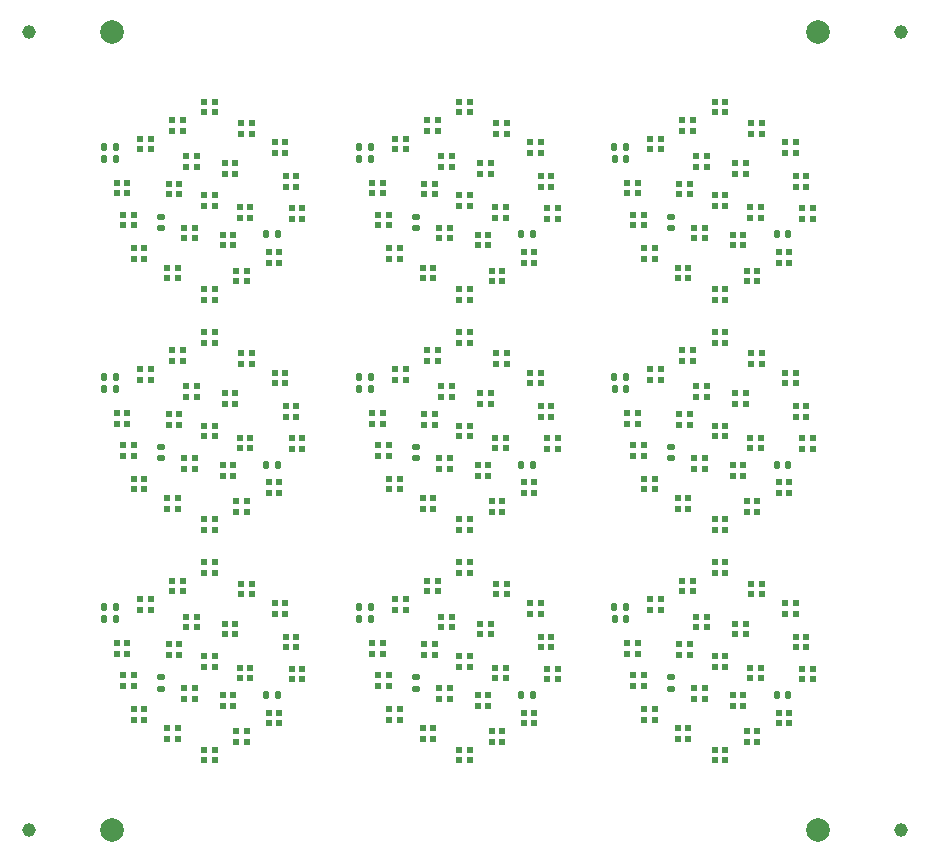
<source format=gbr>
%TF.GenerationSoftware,KiCad,Pcbnew,8.0.4*%
%TF.CreationDate,2024-10-17T14:22:23+11:00*%
%TF.ProjectId,panel,70616e65-6c2e-46b6-9963-61645f706362,rev?*%
%TF.SameCoordinates,Original*%
%TF.FileFunction,Soldermask,Top*%
%TF.FilePolarity,Negative*%
%FSLAX46Y46*%
G04 Gerber Fmt 4.6, Leading zero omitted, Abs format (unit mm)*
G04 Created by KiCad (PCBNEW 8.0.4) date 2024-10-17 14:22:23*
%MOMM*%
%LPD*%
G01*
G04 APERTURE LIST*
G04 Aperture macros list*
%AMRoundRect*
0 Rectangle with rounded corners*
0 $1 Rounding radius*
0 $2 $3 $4 $5 $6 $7 $8 $9 X,Y pos of 4 corners*
0 Add a 4 corners polygon primitive as box body*
4,1,4,$2,$3,$4,$5,$6,$7,$8,$9,$2,$3,0*
0 Add four circle primitives for the rounded corners*
1,1,$1+$1,$2,$3*
1,1,$1+$1,$4,$5*
1,1,$1+$1,$6,$7*
1,1,$1+$1,$8,$9*
0 Add four rect primitives between the rounded corners*
20,1,$1+$1,$2,$3,$4,$5,0*
20,1,$1+$1,$4,$5,$6,$7,0*
20,1,$1+$1,$6,$7,$8,$9,0*
20,1,$1+$1,$8,$9,$2,$3,0*%
G04 Aperture macros list end*
%ADD10R,0.500000X0.500000*%
%ADD11RoundRect,0.135000X0.135000X0.185000X-0.135000X0.185000X-0.135000X-0.185000X0.135000X-0.185000X0*%
%ADD12RoundRect,0.140000X0.170000X-0.140000X0.170000X0.140000X-0.170000X0.140000X-0.170000X-0.140000X0*%
%ADD13RoundRect,0.140000X-0.140000X-0.170000X0.140000X-0.170000X0.140000X0.170000X-0.140000X0.170000X0*%
%ADD14C,1.152000*%
%ADD15C,2.000000*%
G04 APERTURE END LIST*
D10*
%TO.C,D16*%
X59011072Y-52869873D03*
X59911072Y-52869873D03*
X59911072Y-51969873D03*
X59011072Y-51969873D03*
%TD*%
%TO.C,D5*%
X23318750Y-50807493D03*
X23318750Y-51707493D03*
X24218750Y-51707493D03*
X24218750Y-50807493D03*
%TD*%
%TO.C,D3*%
X38950000Y-27861434D03*
X38950000Y-28761434D03*
X39850000Y-28761434D03*
X39850000Y-27861434D03*
%TD*%
%TO.C,D5*%
X66518750Y-31307493D03*
X66518750Y-32207493D03*
X67418750Y-32207493D03*
X67418750Y-31307493D03*
%TD*%
%TO.C,D8*%
X23687500Y-41499224D03*
X23687500Y-40599224D03*
X22787500Y-40599224D03*
X22787500Y-41499224D03*
%TD*%
%TO.C,D2*%
X14631250Y-29431105D03*
X14631250Y-30331105D03*
X15531250Y-30331105D03*
X15531250Y-29431105D03*
%TD*%
%TO.C,D21*%
X63556527Y-57200000D03*
X64456527Y-57200000D03*
X64456527Y-56300000D03*
X63556527Y-56300000D03*
%TD*%
%TO.C,D3*%
X60550000Y-8361434D03*
X60550000Y-9261434D03*
X61450000Y-9261434D03*
X61450000Y-8361434D03*
%TD*%
%TO.C,D11*%
X36725000Y-23334347D03*
X36725000Y-22434347D03*
X35825000Y-22434347D03*
X35825000Y-23334347D03*
%TD*%
%TO.C,D11*%
X36725000Y-42834347D03*
X36725000Y-41934347D03*
X35825000Y-41934347D03*
X35825000Y-42834347D03*
%TD*%
%TO.C,D19*%
X58819464Y-38547595D03*
X58819464Y-39447595D03*
X59719464Y-39447595D03*
X59719464Y-38547595D03*
%TD*%
%TO.C,D4*%
X63675000Y-49165653D03*
X63675000Y-50065653D03*
X64575000Y-50065653D03*
X64575000Y-49165653D03*
%TD*%
D11*
%TO.C,R1*%
X31470000Y-51178000D03*
X30450000Y-51178000D03*
%TD*%
D10*
%TO.C,D8*%
X23687500Y-21999224D03*
X23687500Y-21099224D03*
X22787500Y-21099224D03*
X22787500Y-21999224D03*
%TD*%
%TO.C,D5*%
X23318750Y-31307493D03*
X23318750Y-32207493D03*
X24218750Y-32207493D03*
X24218750Y-31307493D03*
%TD*%
%TO.C,D17*%
X40680536Y-33052405D03*
X40680536Y-33952405D03*
X41580536Y-33952405D03*
X41580536Y-33052405D03*
%TD*%
%TO.C,D6*%
X45825000Y-14669726D03*
X45825000Y-15569726D03*
X46725000Y-15569726D03*
X46725000Y-14669726D03*
%TD*%
%TO.C,D15*%
X57543473Y-35700000D03*
X58443473Y-35700000D03*
X58443473Y-34800000D03*
X57543473Y-34800000D03*
%TD*%
%TO.C,D12*%
X33881250Y-21692507D03*
X33881250Y-20792507D03*
X32981250Y-20792507D03*
X32981250Y-21692507D03*
%TD*%
%TO.C,D1*%
X11912500Y-31000776D03*
X11912500Y-31900776D03*
X12812500Y-31900776D03*
X12812500Y-31000776D03*
%TD*%
%TO.C,D16*%
X37411072Y-52869873D03*
X38311072Y-52869873D03*
X38311072Y-51969873D03*
X37411072Y-51969873D03*
%TD*%
%TO.C,D16*%
X37411072Y-33369873D03*
X38311072Y-33369873D03*
X38311072Y-32469873D03*
X37411072Y-32469873D03*
%TD*%
%TO.C,D13*%
X54575000Y-18830274D03*
X54575000Y-17930274D03*
X53675000Y-17930274D03*
X53675000Y-18830274D03*
%TD*%
%TO.C,D1*%
X33512500Y-11500776D03*
X33512500Y-12400776D03*
X34412500Y-12400776D03*
X34412500Y-11500776D03*
%TD*%
%TO.C,D14*%
X10843750Y-16130422D03*
X10843750Y-15230422D03*
X9943750Y-15230422D03*
X9943750Y-16130422D03*
%TD*%
%TO.C,D12*%
X12281250Y-41192507D03*
X12281250Y-40292507D03*
X11381250Y-40292507D03*
X11381250Y-41192507D03*
%TD*%
%TO.C,D4*%
X63675000Y-29665653D03*
X63675000Y-30565653D03*
X64575000Y-30565653D03*
X64575000Y-29665653D03*
%TD*%
%TO.C,D21*%
X41956527Y-18200000D03*
X42856527Y-18200000D03*
X42856527Y-17300000D03*
X41956527Y-17300000D03*
%TD*%
D12*
%TO.C,C3*%
X56878000Y-58066000D03*
X56878000Y-57106000D03*
%TD*%
D10*
%TO.C,D13*%
X11375000Y-18830274D03*
X11375000Y-17930274D03*
X10475000Y-17930274D03*
X10475000Y-18830274D03*
%TD*%
D13*
%TO.C,C1*%
X8880000Y-32694000D03*
X9840000Y-32694000D03*
%TD*%
D10*
%TO.C,D15*%
X14343473Y-35700000D03*
X15243473Y-35700000D03*
X15243473Y-34800000D03*
X14343473Y-34800000D03*
%TD*%
D13*
%TO.C,C2*%
X65796000Y-39102000D03*
X66756000Y-39102000D03*
%TD*%
D10*
%TO.C,D8*%
X66887500Y-60999224D03*
X66887500Y-60099224D03*
X65987500Y-60099224D03*
X65987500Y-60999224D03*
%TD*%
%TO.C,D17*%
X40680536Y-13552405D03*
X40680536Y-14452405D03*
X41580536Y-14452405D03*
X41580536Y-13552405D03*
%TD*%
%TO.C,D10*%
X18250000Y-44638566D03*
X18250000Y-43738566D03*
X17350000Y-43738566D03*
X17350000Y-44638566D03*
%TD*%
%TO.C,D12*%
X55481250Y-21692507D03*
X55481250Y-20792507D03*
X54581250Y-20792507D03*
X54581250Y-21692507D03*
%TD*%
%TO.C,D12*%
X12281250Y-21692507D03*
X12281250Y-20792507D03*
X11381250Y-20792507D03*
X11381250Y-21692507D03*
%TD*%
%TO.C,D10*%
X61450000Y-64138566D03*
X61450000Y-63238566D03*
X60550000Y-63238566D03*
X60550000Y-64138566D03*
%TD*%
%TO.C,D4*%
X20475000Y-49165653D03*
X20475000Y-50065653D03*
X21375000Y-50065653D03*
X21375000Y-49165653D03*
%TD*%
%TO.C,D11*%
X58325000Y-42834347D03*
X58325000Y-41934347D03*
X57425000Y-41934347D03*
X57425000Y-42834347D03*
%TD*%
%TO.C,D7*%
X24756250Y-17369578D03*
X24756250Y-18269578D03*
X25656250Y-18269578D03*
X25656250Y-17369578D03*
%TD*%
%TO.C,D19*%
X37219464Y-19047595D03*
X37219464Y-19947595D03*
X38119464Y-19947595D03*
X38119464Y-19047595D03*
%TD*%
%TO.C,D1*%
X55112500Y-50500776D03*
X55112500Y-51400776D03*
X56012500Y-51400776D03*
X56012500Y-50500776D03*
%TD*%
D14*
%TO.C,KiKit_TO_1*%
X2500000Y-2500000D03*
%TD*%
D10*
%TO.C,D3*%
X38950000Y-47361434D03*
X38950000Y-48261434D03*
X39850000Y-48261434D03*
X39850000Y-47361434D03*
%TD*%
%TO.C,D7*%
X24756250Y-56369578D03*
X24756250Y-57269578D03*
X25656250Y-57269578D03*
X25656250Y-56369578D03*
%TD*%
%TO.C,D14*%
X54043750Y-35630422D03*
X54043750Y-34730422D03*
X53143750Y-34730422D03*
X53143750Y-35630422D03*
%TD*%
%TO.C,D6*%
X24225000Y-53669726D03*
X24225000Y-54569726D03*
X25125000Y-54569726D03*
X25125000Y-53669726D03*
%TD*%
%TO.C,D19*%
X37219464Y-58047595D03*
X37219464Y-58947595D03*
X38119464Y-58947595D03*
X38119464Y-58047595D03*
%TD*%
D15*
%TO.C,KiKit_FID_T_2*%
X69300000Y-2500000D03*
%TD*%
D10*
%TO.C,D20*%
X18888928Y-20530127D03*
X19788928Y-20530127D03*
X19788928Y-19630127D03*
X18888928Y-19630127D03*
%TD*%
%TO.C,D7*%
X67956250Y-17369578D03*
X67956250Y-18269578D03*
X68856250Y-18269578D03*
X68856250Y-17369578D03*
%TD*%
D14*
%TO.C,KiKit_TO_3*%
X2500000Y-70000000D03*
%TD*%
D13*
%TO.C,C2*%
X44196000Y-58602000D03*
X45156000Y-58602000D03*
%TD*%
D12*
%TO.C,C3*%
X13678000Y-58066000D03*
X13678000Y-57106000D03*
%TD*%
D10*
%TO.C,D10*%
X39850000Y-25138566D03*
X39850000Y-24238566D03*
X38950000Y-24238566D03*
X38950000Y-25138566D03*
%TD*%
%TO.C,D13*%
X32975000Y-38330274D03*
X32975000Y-37430274D03*
X32075000Y-37430274D03*
X32075000Y-38330274D03*
%TD*%
D12*
%TO.C,C3*%
X56878000Y-19066000D03*
X56878000Y-18106000D03*
%TD*%
D10*
%TO.C,D15*%
X35943473Y-35700000D03*
X36843473Y-35700000D03*
X36843473Y-34800000D03*
X35943473Y-34800000D03*
%TD*%
%TO.C,D1*%
X11912500Y-11500776D03*
X11912500Y-12400776D03*
X12812500Y-12400776D03*
X12812500Y-11500776D03*
%TD*%
%TO.C,D11*%
X58325000Y-23334347D03*
X58325000Y-22434347D03*
X57425000Y-22434347D03*
X57425000Y-23334347D03*
%TD*%
%TO.C,D10*%
X61450000Y-25138566D03*
X61450000Y-24238566D03*
X60550000Y-24238566D03*
X60550000Y-25138566D03*
%TD*%
%TO.C,D7*%
X67956250Y-36869578D03*
X67956250Y-37769578D03*
X68856250Y-37769578D03*
X68856250Y-36869578D03*
%TD*%
%TO.C,D9*%
X20968750Y-62568895D03*
X20968750Y-61668895D03*
X20068750Y-61668895D03*
X20068750Y-62568895D03*
%TD*%
%TO.C,D12*%
X33881250Y-41192507D03*
X33881250Y-40292507D03*
X32981250Y-40292507D03*
X32981250Y-41192507D03*
%TD*%
%TO.C,D17*%
X19080536Y-13552405D03*
X19080536Y-14452405D03*
X19980536Y-14452405D03*
X19980536Y-13552405D03*
%TD*%
%TO.C,D6*%
X67425000Y-14669726D03*
X67425000Y-15569726D03*
X68325000Y-15569726D03*
X68325000Y-14669726D03*
%TD*%
%TO.C,D20*%
X18888928Y-40030127D03*
X19788928Y-40030127D03*
X19788928Y-39130127D03*
X18888928Y-39130127D03*
%TD*%
%TO.C,D6*%
X24225000Y-34169726D03*
X24225000Y-35069726D03*
X25125000Y-35069726D03*
X25125000Y-34169726D03*
%TD*%
%TO.C,D8*%
X45287500Y-41499224D03*
X45287500Y-40599224D03*
X44387500Y-40599224D03*
X44387500Y-41499224D03*
%TD*%
%TO.C,D3*%
X17350000Y-8361434D03*
X17350000Y-9261434D03*
X18250000Y-9261434D03*
X18250000Y-8361434D03*
%TD*%
%TO.C,D9*%
X20968750Y-23568895D03*
X20968750Y-22668895D03*
X20068750Y-22668895D03*
X20068750Y-23568895D03*
%TD*%
%TO.C,D8*%
X66887500Y-21999224D03*
X66887500Y-21099224D03*
X65987500Y-21099224D03*
X65987500Y-21999224D03*
%TD*%
%TO.C,D15*%
X57543473Y-55200000D03*
X58443473Y-55200000D03*
X58443473Y-54300000D03*
X57543473Y-54300000D03*
%TD*%
%TO.C,D7*%
X46356250Y-56369578D03*
X46356250Y-57269578D03*
X47256250Y-57269578D03*
X47256250Y-56369578D03*
%TD*%
D13*
%TO.C,C1*%
X52080000Y-52194000D03*
X53040000Y-52194000D03*
%TD*%
%TO.C,C2*%
X65796000Y-58602000D03*
X66756000Y-58602000D03*
%TD*%
D12*
%TO.C,C3*%
X35278000Y-58066000D03*
X35278000Y-57106000D03*
%TD*%
D10*
%TO.C,D8*%
X45287500Y-60999224D03*
X45287500Y-60099224D03*
X44387500Y-60099224D03*
X44387500Y-60999224D03*
%TD*%
D11*
%TO.C,R1*%
X53070000Y-51178000D03*
X52050000Y-51178000D03*
%TD*%
D10*
%TO.C,D18*%
X38950000Y-55300000D03*
X38950000Y-56200000D03*
X39850000Y-56200000D03*
X39850000Y-55300000D03*
%TD*%
%TO.C,D17*%
X62280536Y-13552405D03*
X62280536Y-14452405D03*
X63180536Y-14452405D03*
X63180536Y-13552405D03*
%TD*%
%TO.C,D17*%
X19080536Y-33052405D03*
X19080536Y-33952405D03*
X19980536Y-33952405D03*
X19980536Y-33052405D03*
%TD*%
%TO.C,D15*%
X14343473Y-16200000D03*
X15243473Y-16200000D03*
X15243473Y-15300000D03*
X14343473Y-15300000D03*
%TD*%
%TO.C,D3*%
X60550000Y-27861434D03*
X60550000Y-28761434D03*
X61450000Y-28761434D03*
X61450000Y-27861434D03*
%TD*%
%TO.C,D1*%
X55112500Y-11500776D03*
X55112500Y-12400776D03*
X56012500Y-12400776D03*
X56012500Y-11500776D03*
%TD*%
%TO.C,D21*%
X41956527Y-37700000D03*
X42856527Y-37700000D03*
X42856527Y-36800000D03*
X41956527Y-36800000D03*
%TD*%
D12*
%TO.C,C3*%
X35278000Y-19066000D03*
X35278000Y-18106000D03*
%TD*%
D10*
%TO.C,D16*%
X37411072Y-13869873D03*
X38311072Y-13869873D03*
X38311072Y-12969873D03*
X37411072Y-12969873D03*
%TD*%
%TO.C,D21*%
X20356527Y-57200000D03*
X21256527Y-57200000D03*
X21256527Y-56300000D03*
X20356527Y-56300000D03*
%TD*%
%TO.C,D13*%
X54575000Y-38330274D03*
X54575000Y-37430274D03*
X53675000Y-37430274D03*
X53675000Y-38330274D03*
%TD*%
%TO.C,D4*%
X20475000Y-29665653D03*
X20475000Y-30565653D03*
X21375000Y-30565653D03*
X21375000Y-29665653D03*
%TD*%
D11*
%TO.C,R1*%
X53070000Y-12178000D03*
X52050000Y-12178000D03*
%TD*%
D10*
%TO.C,D20*%
X40488928Y-59530127D03*
X41388928Y-59530127D03*
X41388928Y-58630127D03*
X40488928Y-58630127D03*
%TD*%
D13*
%TO.C,C1*%
X52080000Y-13194000D03*
X53040000Y-13194000D03*
%TD*%
D10*
%TO.C,D5*%
X44918750Y-11807493D03*
X44918750Y-12707493D03*
X45818750Y-12707493D03*
X45818750Y-11807493D03*
%TD*%
D11*
%TO.C,R1*%
X31470000Y-12178000D03*
X30450000Y-12178000D03*
%TD*%
D10*
%TO.C,D6*%
X45825000Y-34169726D03*
X45825000Y-35069726D03*
X46725000Y-35069726D03*
X46725000Y-34169726D03*
%TD*%
%TO.C,D18*%
X38950000Y-35800000D03*
X38950000Y-36700000D03*
X39850000Y-36700000D03*
X39850000Y-35800000D03*
%TD*%
%TO.C,D18*%
X17350000Y-35800000D03*
X17350000Y-36700000D03*
X18250000Y-36700000D03*
X18250000Y-35800000D03*
%TD*%
%TO.C,D13*%
X11375000Y-38330274D03*
X11375000Y-37430274D03*
X10475000Y-37430274D03*
X10475000Y-38330274D03*
%TD*%
%TO.C,D13*%
X11375000Y-57830274D03*
X11375000Y-56930274D03*
X10475000Y-56930274D03*
X10475000Y-57830274D03*
%TD*%
%TO.C,D19*%
X15619464Y-38547595D03*
X15619464Y-39447595D03*
X16519464Y-39447595D03*
X16519464Y-38547595D03*
%TD*%
%TO.C,D2*%
X57831250Y-9931105D03*
X57831250Y-10831105D03*
X58731250Y-10831105D03*
X58731250Y-9931105D03*
%TD*%
%TO.C,D9*%
X64168750Y-23568895D03*
X64168750Y-22668895D03*
X63268750Y-22668895D03*
X63268750Y-23568895D03*
%TD*%
%TO.C,D4*%
X42075000Y-10165653D03*
X42075000Y-11065653D03*
X42975000Y-11065653D03*
X42975000Y-10165653D03*
%TD*%
%TO.C,D11*%
X58325000Y-62334347D03*
X58325000Y-61434347D03*
X57425000Y-61434347D03*
X57425000Y-62334347D03*
%TD*%
%TO.C,D20*%
X62088928Y-59530127D03*
X62988928Y-59530127D03*
X62988928Y-58630127D03*
X62088928Y-58630127D03*
%TD*%
%TO.C,D5*%
X66518750Y-50807493D03*
X66518750Y-51707493D03*
X67418750Y-51707493D03*
X67418750Y-50807493D03*
%TD*%
D11*
%TO.C,R1*%
X53070000Y-31678000D03*
X52050000Y-31678000D03*
%TD*%
D10*
%TO.C,D18*%
X17350000Y-55300000D03*
X17350000Y-56200000D03*
X18250000Y-56200000D03*
X18250000Y-55300000D03*
%TD*%
%TO.C,D14*%
X54043750Y-16130422D03*
X54043750Y-15230422D03*
X53143750Y-15230422D03*
X53143750Y-16130422D03*
%TD*%
%TO.C,D1*%
X11912500Y-50500776D03*
X11912500Y-51400776D03*
X12812500Y-51400776D03*
X12812500Y-50500776D03*
%TD*%
%TO.C,D10*%
X61450000Y-44638566D03*
X61450000Y-43738566D03*
X60550000Y-43738566D03*
X60550000Y-44638566D03*
%TD*%
%TO.C,D5*%
X44918750Y-31307493D03*
X44918750Y-32207493D03*
X45818750Y-32207493D03*
X45818750Y-31307493D03*
%TD*%
%TO.C,D3*%
X17350000Y-47361434D03*
X17350000Y-48261434D03*
X18250000Y-48261434D03*
X18250000Y-47361434D03*
%TD*%
%TO.C,D21*%
X20356527Y-37700000D03*
X21256527Y-37700000D03*
X21256527Y-36800000D03*
X20356527Y-36800000D03*
%TD*%
D13*
%TO.C,C2*%
X22596000Y-39102000D03*
X23556000Y-39102000D03*
%TD*%
D10*
%TO.C,D12*%
X33881250Y-60692507D03*
X33881250Y-59792507D03*
X32981250Y-59792507D03*
X32981250Y-60692507D03*
%TD*%
%TO.C,D21*%
X41956527Y-57200000D03*
X42856527Y-57200000D03*
X42856527Y-56300000D03*
X41956527Y-56300000D03*
%TD*%
%TO.C,D4*%
X42075000Y-49165653D03*
X42075000Y-50065653D03*
X42975000Y-50065653D03*
X42975000Y-49165653D03*
%TD*%
D15*
%TO.C,KiKit_FID_T_1*%
X9500000Y-2500000D03*
%TD*%
D10*
%TO.C,D2*%
X57831250Y-48931105D03*
X57831250Y-49831105D03*
X58731250Y-49831105D03*
X58731250Y-48931105D03*
%TD*%
%TO.C,D10*%
X39850000Y-44638566D03*
X39850000Y-43738566D03*
X38950000Y-43738566D03*
X38950000Y-44638566D03*
%TD*%
D13*
%TO.C,C2*%
X44196000Y-19602000D03*
X45156000Y-19602000D03*
%TD*%
D10*
%TO.C,D7*%
X24756250Y-36869578D03*
X24756250Y-37769578D03*
X25656250Y-37769578D03*
X25656250Y-36869578D03*
%TD*%
D13*
%TO.C,C1*%
X30480000Y-32694000D03*
X31440000Y-32694000D03*
%TD*%
D11*
%TO.C,R1*%
X31470000Y-31678000D03*
X30450000Y-31678000D03*
%TD*%
D10*
%TO.C,D6*%
X67425000Y-53669726D03*
X67425000Y-54569726D03*
X68325000Y-54569726D03*
X68325000Y-53669726D03*
%TD*%
D12*
%TO.C,C3*%
X13678000Y-19066000D03*
X13678000Y-18106000D03*
%TD*%
D10*
%TO.C,D21*%
X63556527Y-18200000D03*
X64456527Y-18200000D03*
X64456527Y-17300000D03*
X63556527Y-17300000D03*
%TD*%
%TO.C,D7*%
X46356250Y-36869578D03*
X46356250Y-37769578D03*
X47256250Y-37769578D03*
X47256250Y-36869578D03*
%TD*%
%TO.C,D12*%
X12281250Y-60692507D03*
X12281250Y-59792507D03*
X11381250Y-59792507D03*
X11381250Y-60692507D03*
%TD*%
%TO.C,D3*%
X17350000Y-27861434D03*
X17350000Y-28761434D03*
X18250000Y-28761434D03*
X18250000Y-27861434D03*
%TD*%
%TO.C,D18*%
X60550000Y-55300000D03*
X60550000Y-56200000D03*
X61450000Y-56200000D03*
X61450000Y-55300000D03*
%TD*%
%TO.C,D21*%
X20356527Y-18200000D03*
X21256527Y-18200000D03*
X21256527Y-17300000D03*
X20356527Y-17300000D03*
%TD*%
%TO.C,D4*%
X63675000Y-10165653D03*
X63675000Y-11065653D03*
X64575000Y-11065653D03*
X64575000Y-10165653D03*
%TD*%
%TO.C,D10*%
X18250000Y-25138566D03*
X18250000Y-24238566D03*
X17350000Y-24238566D03*
X17350000Y-25138566D03*
%TD*%
%TO.C,D8*%
X45287500Y-21999224D03*
X45287500Y-21099224D03*
X44387500Y-21099224D03*
X44387500Y-21999224D03*
%TD*%
%TO.C,D9*%
X64168750Y-62568895D03*
X64168750Y-61668895D03*
X63268750Y-61668895D03*
X63268750Y-62568895D03*
%TD*%
D13*
%TO.C,C1*%
X30480000Y-13194000D03*
X31440000Y-13194000D03*
%TD*%
D10*
%TO.C,D20*%
X18888928Y-59530127D03*
X19788928Y-59530127D03*
X19788928Y-58630127D03*
X18888928Y-58630127D03*
%TD*%
%TO.C,D18*%
X60550000Y-35800000D03*
X60550000Y-36700000D03*
X61450000Y-36700000D03*
X61450000Y-35800000D03*
%TD*%
%TO.C,D6*%
X24225000Y-14669726D03*
X24225000Y-15569726D03*
X25125000Y-15569726D03*
X25125000Y-14669726D03*
%TD*%
%TO.C,D11*%
X15125000Y-42834347D03*
X15125000Y-41934347D03*
X14225000Y-41934347D03*
X14225000Y-42834347D03*
%TD*%
%TO.C,D14*%
X32443750Y-16130422D03*
X32443750Y-15230422D03*
X31543750Y-15230422D03*
X31543750Y-16130422D03*
%TD*%
%TO.C,D1*%
X55112500Y-31000776D03*
X55112500Y-31900776D03*
X56012500Y-31900776D03*
X56012500Y-31000776D03*
%TD*%
%TO.C,D15*%
X35943473Y-55200000D03*
X36843473Y-55200000D03*
X36843473Y-54300000D03*
X35943473Y-54300000D03*
%TD*%
%TO.C,D1*%
X33512500Y-31000776D03*
X33512500Y-31900776D03*
X34412500Y-31900776D03*
X34412500Y-31000776D03*
%TD*%
%TO.C,D14*%
X10843750Y-35630422D03*
X10843750Y-34730422D03*
X9943750Y-34730422D03*
X9943750Y-35630422D03*
%TD*%
%TO.C,D6*%
X67425000Y-34169726D03*
X67425000Y-35069726D03*
X68325000Y-35069726D03*
X68325000Y-34169726D03*
%TD*%
%TO.C,D7*%
X46356250Y-17369578D03*
X46356250Y-18269578D03*
X47256250Y-18269578D03*
X47256250Y-17369578D03*
%TD*%
%TO.C,D2*%
X14631250Y-48931105D03*
X14631250Y-49831105D03*
X15531250Y-49831105D03*
X15531250Y-48931105D03*
%TD*%
%TO.C,D8*%
X23687500Y-60999224D03*
X23687500Y-60099224D03*
X22787500Y-60099224D03*
X22787500Y-60999224D03*
%TD*%
%TO.C,D17*%
X62280536Y-52552405D03*
X62280536Y-53452405D03*
X63180536Y-53452405D03*
X63180536Y-52552405D03*
%TD*%
D13*
%TO.C,C1*%
X52080000Y-32694000D03*
X53040000Y-32694000D03*
%TD*%
D10*
%TO.C,D19*%
X15619464Y-19047595D03*
X15619464Y-19947595D03*
X16519464Y-19947595D03*
X16519464Y-19047595D03*
%TD*%
%TO.C,D2*%
X36231250Y-29431105D03*
X36231250Y-30331105D03*
X37131250Y-30331105D03*
X37131250Y-29431105D03*
%TD*%
D13*
%TO.C,C1*%
X30480000Y-52194000D03*
X31440000Y-52194000D03*
%TD*%
D10*
%TO.C,D14*%
X10843750Y-55130422D03*
X10843750Y-54230422D03*
X9943750Y-54230422D03*
X9943750Y-55130422D03*
%TD*%
%TO.C,D10*%
X39850000Y-64138566D03*
X39850000Y-63238566D03*
X38950000Y-63238566D03*
X38950000Y-64138566D03*
%TD*%
%TO.C,D13*%
X32975000Y-57830274D03*
X32975000Y-56930274D03*
X32075000Y-56930274D03*
X32075000Y-57830274D03*
%TD*%
%TO.C,D11*%
X15125000Y-23334347D03*
X15125000Y-22434347D03*
X14225000Y-22434347D03*
X14225000Y-23334347D03*
%TD*%
%TO.C,D15*%
X57543473Y-16200000D03*
X58443473Y-16200000D03*
X58443473Y-15300000D03*
X57543473Y-15300000D03*
%TD*%
%TO.C,D16*%
X15811072Y-52869873D03*
X16711072Y-52869873D03*
X16711072Y-51969873D03*
X15811072Y-51969873D03*
%TD*%
%TO.C,D5*%
X23318750Y-11807493D03*
X23318750Y-12707493D03*
X24218750Y-12707493D03*
X24218750Y-11807493D03*
%TD*%
%TO.C,D18*%
X60550000Y-16300000D03*
X60550000Y-17200000D03*
X61450000Y-17200000D03*
X61450000Y-16300000D03*
%TD*%
D12*
%TO.C,C3*%
X13678000Y-38566000D03*
X13678000Y-37606000D03*
%TD*%
D10*
%TO.C,D3*%
X60550000Y-47361434D03*
X60550000Y-48261434D03*
X61450000Y-48261434D03*
X61450000Y-47361434D03*
%TD*%
%TO.C,D14*%
X32443750Y-55130422D03*
X32443750Y-54230422D03*
X31543750Y-54230422D03*
X31543750Y-55130422D03*
%TD*%
%TO.C,D5*%
X44918750Y-50807493D03*
X44918750Y-51707493D03*
X45818750Y-51707493D03*
X45818750Y-50807493D03*
%TD*%
%TO.C,D7*%
X67956250Y-56369578D03*
X67956250Y-57269578D03*
X68856250Y-57269578D03*
X68856250Y-56369578D03*
%TD*%
%TO.C,D19*%
X15619464Y-58047595D03*
X15619464Y-58947595D03*
X16519464Y-58947595D03*
X16519464Y-58047595D03*
%TD*%
%TO.C,D11*%
X36725000Y-62334347D03*
X36725000Y-61434347D03*
X35825000Y-61434347D03*
X35825000Y-62334347D03*
%TD*%
%TO.C,D9*%
X42568750Y-23568895D03*
X42568750Y-22668895D03*
X41668750Y-22668895D03*
X41668750Y-23568895D03*
%TD*%
D13*
%TO.C,C1*%
X8880000Y-13194000D03*
X9840000Y-13194000D03*
%TD*%
D15*
%TO.C,KiKit_FID_T_4*%
X69300000Y-70000000D03*
%TD*%
D10*
%TO.C,D18*%
X17350000Y-16300000D03*
X17350000Y-17200000D03*
X18250000Y-17200000D03*
X18250000Y-16300000D03*
%TD*%
D13*
%TO.C,C2*%
X22596000Y-58602000D03*
X23556000Y-58602000D03*
%TD*%
D10*
%TO.C,D20*%
X62088928Y-40030127D03*
X62988928Y-40030127D03*
X62988928Y-39130127D03*
X62088928Y-39130127D03*
%TD*%
%TO.C,D8*%
X66887500Y-41499224D03*
X66887500Y-40599224D03*
X65987500Y-40599224D03*
X65987500Y-41499224D03*
%TD*%
%TO.C,D16*%
X59011072Y-13869873D03*
X59911072Y-13869873D03*
X59911072Y-12969873D03*
X59011072Y-12969873D03*
%TD*%
%TO.C,D13*%
X32975000Y-18830274D03*
X32975000Y-17930274D03*
X32075000Y-17930274D03*
X32075000Y-18830274D03*
%TD*%
D13*
%TO.C,C2*%
X22596000Y-19602000D03*
X23556000Y-19602000D03*
%TD*%
D10*
%TO.C,D9*%
X42568750Y-43068895D03*
X42568750Y-42168895D03*
X41668750Y-42168895D03*
X41668750Y-43068895D03*
%TD*%
%TO.C,D19*%
X37219464Y-38547595D03*
X37219464Y-39447595D03*
X38119464Y-39447595D03*
X38119464Y-38547595D03*
%TD*%
%TO.C,D16*%
X15811072Y-33369873D03*
X16711072Y-33369873D03*
X16711072Y-32469873D03*
X15811072Y-32469873D03*
%TD*%
%TO.C,D21*%
X63556527Y-37700000D03*
X64456527Y-37700000D03*
X64456527Y-36800000D03*
X63556527Y-36800000D03*
%TD*%
%TO.C,D13*%
X54575000Y-57830274D03*
X54575000Y-56930274D03*
X53675000Y-56930274D03*
X53675000Y-57830274D03*
%TD*%
%TO.C,D11*%
X15125000Y-62334347D03*
X15125000Y-61434347D03*
X14225000Y-61434347D03*
X14225000Y-62334347D03*
%TD*%
%TO.C,D16*%
X15811072Y-13869873D03*
X16711072Y-13869873D03*
X16711072Y-12969873D03*
X15811072Y-12969873D03*
%TD*%
%TO.C,D9*%
X64168750Y-43068895D03*
X64168750Y-42168895D03*
X63268750Y-42168895D03*
X63268750Y-43068895D03*
%TD*%
D14*
%TO.C,KiKit_TO_2*%
X76300000Y-2500000D03*
%TD*%
D10*
%TO.C,D4*%
X20475000Y-10165653D03*
X20475000Y-11065653D03*
X21375000Y-11065653D03*
X21375000Y-10165653D03*
%TD*%
%TO.C,D19*%
X58819464Y-19047595D03*
X58819464Y-19947595D03*
X59719464Y-19947595D03*
X59719464Y-19047595D03*
%TD*%
D12*
%TO.C,C3*%
X35278000Y-38566000D03*
X35278000Y-37606000D03*
%TD*%
D10*
%TO.C,D20*%
X40488928Y-40030127D03*
X41388928Y-40030127D03*
X41388928Y-39130127D03*
X40488928Y-39130127D03*
%TD*%
%TO.C,D12*%
X55481250Y-41192507D03*
X55481250Y-40292507D03*
X54581250Y-40292507D03*
X54581250Y-41192507D03*
%TD*%
%TO.C,D2*%
X14631250Y-9931105D03*
X14631250Y-10831105D03*
X15531250Y-10831105D03*
X15531250Y-9931105D03*
%TD*%
%TO.C,D17*%
X19080536Y-52552405D03*
X19080536Y-53452405D03*
X19980536Y-53452405D03*
X19980536Y-52552405D03*
%TD*%
%TO.C,D2*%
X36231250Y-9931105D03*
X36231250Y-10831105D03*
X37131250Y-10831105D03*
X37131250Y-9931105D03*
%TD*%
%TO.C,D10*%
X18250000Y-64138566D03*
X18250000Y-63238566D03*
X17350000Y-63238566D03*
X17350000Y-64138566D03*
%TD*%
%TO.C,D3*%
X38950000Y-8361434D03*
X38950000Y-9261434D03*
X39850000Y-9261434D03*
X39850000Y-8361434D03*
%TD*%
%TO.C,D19*%
X58819464Y-58047595D03*
X58819464Y-58947595D03*
X59719464Y-58947595D03*
X59719464Y-58047595D03*
%TD*%
%TO.C,D2*%
X36231250Y-48931105D03*
X36231250Y-49831105D03*
X37131250Y-49831105D03*
X37131250Y-48931105D03*
%TD*%
%TO.C,D16*%
X59011072Y-33369873D03*
X59911072Y-33369873D03*
X59911072Y-32469873D03*
X59011072Y-32469873D03*
%TD*%
%TO.C,D18*%
X38950000Y-16300000D03*
X38950000Y-17200000D03*
X39850000Y-17200000D03*
X39850000Y-16300000D03*
%TD*%
D11*
%TO.C,R1*%
X9870000Y-31678000D03*
X8850000Y-31678000D03*
%TD*%
D10*
%TO.C,D15*%
X14343473Y-55200000D03*
X15243473Y-55200000D03*
X15243473Y-54300000D03*
X14343473Y-54300000D03*
%TD*%
%TO.C,D12*%
X55481250Y-60692507D03*
X55481250Y-59792507D03*
X54581250Y-59792507D03*
X54581250Y-60692507D03*
%TD*%
D13*
%TO.C,C2*%
X65796000Y-19602000D03*
X66756000Y-19602000D03*
%TD*%
D10*
%TO.C,D15*%
X35943473Y-16200000D03*
X36843473Y-16200000D03*
X36843473Y-15300000D03*
X35943473Y-15300000D03*
%TD*%
D11*
%TO.C,R1*%
X9870000Y-12178000D03*
X8850000Y-12178000D03*
%TD*%
D10*
%TO.C,D9*%
X42568750Y-62568895D03*
X42568750Y-61668895D03*
X41668750Y-61668895D03*
X41668750Y-62568895D03*
%TD*%
%TO.C,D14*%
X54043750Y-55130422D03*
X54043750Y-54230422D03*
X53143750Y-54230422D03*
X53143750Y-55130422D03*
%TD*%
%TO.C,D9*%
X20968750Y-43068895D03*
X20968750Y-42168895D03*
X20068750Y-42168895D03*
X20068750Y-43068895D03*
%TD*%
%TO.C,D17*%
X40680536Y-52552405D03*
X40680536Y-53452405D03*
X41580536Y-53452405D03*
X41580536Y-52552405D03*
%TD*%
%TO.C,D5*%
X66518750Y-11807493D03*
X66518750Y-12707493D03*
X67418750Y-12707493D03*
X67418750Y-11807493D03*
%TD*%
D12*
%TO.C,C3*%
X56878000Y-38566000D03*
X56878000Y-37606000D03*
%TD*%
D10*
%TO.C,D1*%
X33512500Y-50500776D03*
X33512500Y-51400776D03*
X34412500Y-51400776D03*
X34412500Y-50500776D03*
%TD*%
%TO.C,D4*%
X42075000Y-29665653D03*
X42075000Y-30565653D03*
X42975000Y-30565653D03*
X42975000Y-29665653D03*
%TD*%
D13*
%TO.C,C2*%
X44196000Y-39102000D03*
X45156000Y-39102000D03*
%TD*%
D10*
%TO.C,D6*%
X45825000Y-53669726D03*
X45825000Y-54569726D03*
X46725000Y-54569726D03*
X46725000Y-53669726D03*
%TD*%
D13*
%TO.C,C1*%
X8880000Y-52194000D03*
X9840000Y-52194000D03*
%TD*%
D10*
%TO.C,D20*%
X62088928Y-20530127D03*
X62988928Y-20530127D03*
X62988928Y-19630127D03*
X62088928Y-19630127D03*
%TD*%
%TO.C,D14*%
X32443750Y-35630422D03*
X32443750Y-34730422D03*
X31543750Y-34730422D03*
X31543750Y-35630422D03*
%TD*%
%TO.C,D17*%
X62280536Y-33052405D03*
X62280536Y-33952405D03*
X63180536Y-33952405D03*
X63180536Y-33052405D03*
%TD*%
D15*
%TO.C,KiKit_FID_T_3*%
X9500000Y-70000000D03*
%TD*%
D11*
%TO.C,R1*%
X9870000Y-51178000D03*
X8850000Y-51178000D03*
%TD*%
D14*
%TO.C,KiKit_TO_4*%
X76300000Y-70000000D03*
%TD*%
D10*
%TO.C,D2*%
X57831250Y-29431105D03*
X57831250Y-30331105D03*
X58731250Y-30331105D03*
X58731250Y-29431105D03*
%TD*%
%TO.C,D20*%
X40488928Y-20530127D03*
X41388928Y-20530127D03*
X41388928Y-19630127D03*
X40488928Y-19630127D03*
%TD*%
M02*

</source>
